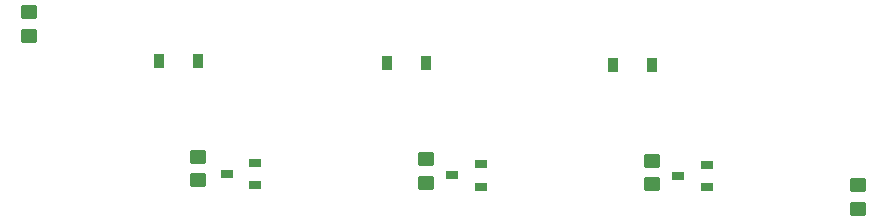
<source format=gbp>
G04 #@! TF.GenerationSoftware,KiCad,Pcbnew,(6.0.6)*
G04 #@! TF.CreationDate,2022-08-27T11:47:15+02:00*
G04 #@! TF.ProjectId,relay-pc-module,72656c61-792d-4706-932d-6d6f64756c65,rev?*
G04 #@! TF.SameCoordinates,Original*
G04 #@! TF.FileFunction,Paste,Bot*
G04 #@! TF.FilePolarity,Positive*
%FSLAX46Y46*%
G04 Gerber Fmt 4.6, Leading zero omitted, Abs format (unit mm)*
G04 Created by KiCad (PCBNEW (6.0.6)) date 2022-08-27 11:47:15*
%MOMM*%
%LPD*%
G01*
G04 APERTURE LIST*
G04 Aperture macros list*
%AMRoundRect*
0 Rectangle with rounded corners*
0 $1 Rounding radius*
0 $2 $3 $4 $5 $6 $7 $8 $9 X,Y pos of 4 corners*
0 Add a 4 corners polygon primitive as box body*
4,1,4,$2,$3,$4,$5,$6,$7,$8,$9,$2,$3,0*
0 Add four circle primitives for the rounded corners*
1,1,$1+$1,$2,$3*
1,1,$1+$1,$4,$5*
1,1,$1+$1,$6,$7*
1,1,$1+$1,$8,$9*
0 Add four rect primitives between the rounded corners*
20,1,$1+$1,$2,$3,$4,$5,0*
20,1,$1+$1,$4,$5,$6,$7,0*
20,1,$1+$1,$6,$7,$8,$9,0*
20,1,$1+$1,$8,$9,$2,$3,0*%
G04 Aperture macros list end*
%ADD10RoundRect,0.250000X-0.450000X0.350000X-0.450000X-0.350000X0.450000X-0.350000X0.450000X0.350000X0*%
%ADD11R,0.900000X1.200000*%
%ADD12R,1.000000X0.700000*%
%ADD13RoundRect,0.250000X0.450000X-0.350000X0.450000X0.350000X-0.450000X0.350000X-0.450000X-0.350000X0*%
G04 APERTURE END LIST*
D10*
X59700000Y-83200000D03*
X59700000Y-85200000D03*
X40400000Y-83000000D03*
X40400000Y-85000000D03*
D11*
X56350000Y-75100000D03*
X59650000Y-75100000D03*
D12*
X64300000Y-83650000D03*
X64300000Y-85550000D03*
X61900000Y-84600000D03*
X45200000Y-83550000D03*
X45200000Y-85450000D03*
X42800000Y-84500000D03*
X83450000Y-83700000D03*
X83450000Y-85600000D03*
X81050000Y-84650000D03*
D11*
X37050000Y-74900000D03*
X40350000Y-74900000D03*
D10*
X78850000Y-83350000D03*
X78850000Y-85350000D03*
X96240600Y-85410800D03*
X96240600Y-87410800D03*
D11*
X75500000Y-75250000D03*
X78800000Y-75250000D03*
D13*
X26100000Y-72800000D03*
X26100000Y-70800000D03*
M02*

</source>
